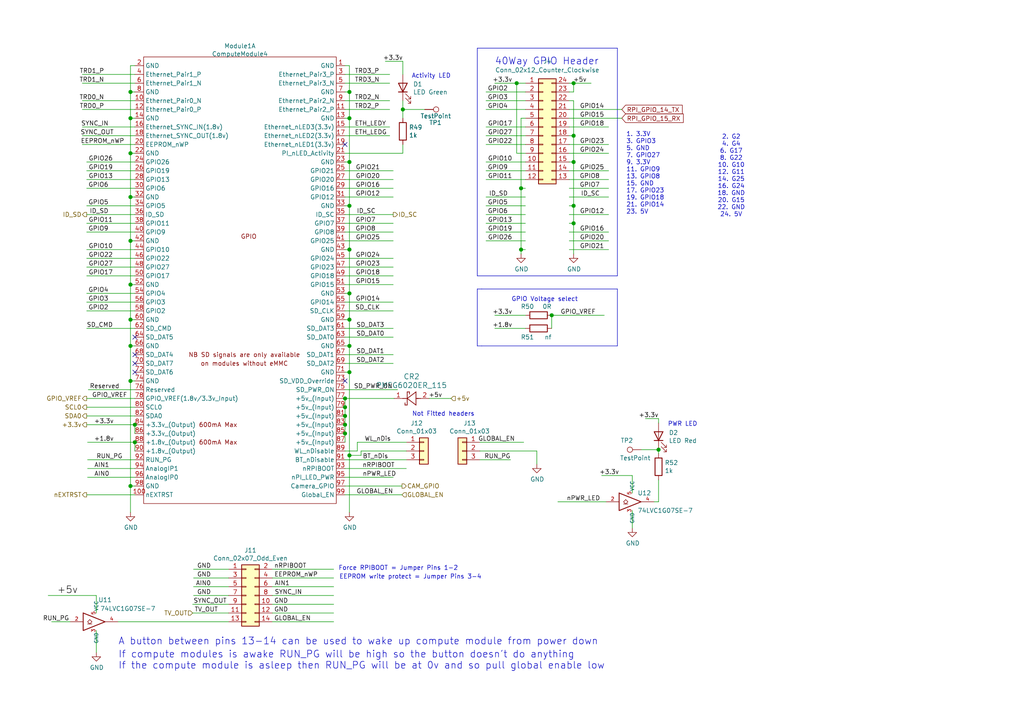
<source format=kicad_sch>
(kicad_sch (version 20231120) (generator "eeschema") (generator_version "8.0")
  (paper "A4")
  (title_block (title "Compute Module 4 IO Board - GPIO - Ethernet") (rev "1") (company "© 2020-2022 Raspberry Pi Ltd (formerly Raspberry Pi (Trading) Ltd.)") (comment 1 "www.raspberrypi.com"))
  (junction (at 37.846 92.71) (diameter 1.016))
  (junction (at 101.346 132.08) (diameter 1.016))
  (junction (at 166.37 39.37) (diameter 1.016))
  (junction (at 101.346 59.69) (diameter 1.016))
  (junction (at 151.13 54.61) (diameter 1.016))
  (junction (at 166.37 24.13) (diameter 1.016))
  (junction (at 101.346 46.99) (diameter 1.016))
  (junction (at 160.02 91.44) (diameter 1.016))
  (junction (at 101.346 72.39) (diameter 1.016))
  (junction (at 101.346 26.67) (diameter 1.016))
  (junction (at 151.13 72.39) (diameter 1.016))
  (junction (at 100.076 125.73) (diameter 1.016))
  (junction (at 101.346 85.09) (diameter 1.016))
  (junction (at 166.37 64.77) (diameter 1.016))
  (junction (at 37.846 69.85) (diameter 1.016))
  (junction (at 37.846 26.67) (diameter 1.016))
  (junction (at 100.076 120.65) (diameter 1.016))
  (junction (at 37.846 100.33) (diameter 1.016))
  (junction (at 37.846 44.45) (diameter 1.016))
  (junction (at 39.116 123.19) (diameter 1.016))
  (junction (at 116.84 31.75) (diameter 1.016))
  (junction (at 101.346 107.95) (diameter 1.016))
  (junction (at 101.346 34.29) (diameter 1.016))
  (junction (at 149.86 24.13) (diameter 1.016))
  (junction (at 166.37 46.99) (diameter 1.016))
  (junction (at 191.008 130.429) (diameter 1.016))
  (junction (at 101.346 92.71) (diameter 1.016))
  (junction (at 100.076 115.57) (diameter 1.016))
  (junction (at 100.076 123.19) (diameter 1.016))
  (junction (at 101.346 100.33) (diameter 1.016))
  (junction (at 37.846 82.55) (diameter 1.016))
  (junction (at 166.37 59.69) (diameter 1.016))
  (junction (at 39.116 128.27) (diameter 1.016))
  (junction (at 37.846 110.49) (diameter 1.016))
  (junction (at 37.846 34.29) (diameter 1.016))
  (junction (at 37.846 57.15) (diameter 1.016))
  (junction (at 37.846 140.97) (diameter 1.016))
  (junction (at 100.076 118.11) (diameter 1.016))
  (no_connect (at 100.076 110.49))
  (no_connect (at 39.116 97.79))
  (no_connect (at 100.076 41.91))
  (no_connect (at 39.116 107.95))
  (no_connect (at 39.116 105.41))
  (no_connect (at 39.116 102.87))
  (wire (pts (xy 25.146 118.11) (xy 39.116 118.11)))
  (wire (pts (xy 23.876 36.83) (xy 39.116 36.83)))
  (wire (pts (xy 37.846 57.15) (xy 39.116 57.15)))
  (wire (pts (xy 78.994 175.26) (xy 96.774 175.26)))
  (wire (pts (xy 166.37 64.77) (xy 166.37 73.66)))
  (wire (pts (xy 100.076 44.45) (xy 116.84 44.45)))
  (wire (pts (xy 140.97 39.37) (xy 152.4 39.37)))
  (wire (pts (xy 166.37 29.21) (xy 166.37 39.37)))
  (wire (pts (xy 78.994 170.18) (xy 96.774 170.18)))
  (wire (pts (xy 56.134 167.64) (xy 66.294 167.64)))
  (wire (pts (xy 101.346 132.08) (xy 101.346 148.59)))
  (wire (pts (xy 100.076 21.59) (xy 113.03 21.59)))
  (polyline (pts (xy 179.07 100.33) (xy 139.7 100.33)) (stroke (width 0) (type solid)))
  (wire (pts (xy 101.346 46.99) (xy 101.346 59.69)))
  (wire (pts (xy 37.846 44.45) (xy 37.846 57.15)))
  (wire (pts (xy 140.97 52.07) (xy 152.4 52.07)))
  (wire (pts (xy 100.076 85.09) (xy 101.346 85.09)))
  (wire (pts (xy 56.134 170.18) (xy 66.294 170.18)))
  (wire (pts (xy 143.51 95.25) (xy 152.4 95.25)))
  (wire (pts (xy 25.146 90.17) (xy 39.116 90.17)))
  (wire (pts (xy 140.97 64.77) (xy 152.4 64.77)))
  (polyline (pts (xy 139.7 83.82) (xy 138.43 83.82)) (stroke (width 0) (type solid)))
  (wire (pts (xy 183.388 137.922) (xy 174.498 137.922)))
  (wire (pts (xy 166.37 64.77) (xy 166.37 59.69)))
  (wire (pts (xy 27.94 172.72) (xy 27.94 177.8)))
  (wire (pts (xy 25.4 138.43) (xy 39.116 138.43)))
  (wire (pts (xy 100.076 80.01) (xy 114.046 80.01)))
  (wire (pts (xy 103.632 128.27) (xy 117.856 128.27)))
  (wire (pts (xy 100.076 34.29) (xy 101.346 34.29)))
  (wire (pts (xy 140.97 31.75) (xy 152.4 31.75)))
  (wire (pts (xy 139.192 133.35) (xy 148.082 133.35)))
  (wire (pts (xy 25.146 115.57) (xy 39.116 115.57)))
  (wire (pts (xy 100.076 52.07) (xy 114.046 52.07)))
  (wire (pts (xy 140.97 62.23) (xy 152.4 62.23)))
  (wire (pts (xy 101.346 85.09) (xy 101.346 92.71)))
  (wire (pts (xy 166.37 46.99) (xy 165.1 46.99)))
  (wire (pts (xy 37.846 19.05) (xy 37.846 26.67)))
  (wire (pts (xy 100.076 36.83) (xy 113.03 36.83)))
  (wire (pts (xy 25.146 59.69) (xy 39.116 59.69)))
  (wire (pts (xy 166.37 39.37) (xy 165.1 39.37)))
  (wire (pts (xy 100.076 87.63) (xy 114.046 87.63)))
  (wire (pts (xy 56.134 172.72) (xy 66.294 172.72)))
  (wire (pts (xy 100.076 133.35) (xy 117.856 133.35)))
  (wire (pts (xy 78.994 172.72) (xy 96.774 172.72)))
  (wire (pts (xy 37.846 69.85) (xy 39.116 69.85)))
  (wire (pts (xy 100.076 19.05) (xy 101.346 19.05)))
  (wire (pts (xy 140.97 29.21) (xy 152.4 29.21)))
  (wire (pts (xy 25.4 133.35) (xy 39.116 133.35)))
  (wire (pts (xy 100.076 67.31) (xy 114.046 67.31)))
  (wire (pts (xy 100.076 107.95) (xy 101.346 107.95)))
  (wire (pts (xy 23.876 39.37) (xy 39.116 39.37)))
  (wire (pts (xy 100.076 140.97) (xy 116.586 140.97)))
  (polyline (pts (xy 179.07 13.97) (xy 138.43 13.97)) (stroke (width 0) (type solid)))
  (wire (pts (xy 100.076 46.99) (xy 101.346 46.99)))
  (wire (pts (xy 100.076 138.43) (xy 114.046 138.43)))
  (wire (pts (xy 101.346 132.08) (xy 104.7242 132.08)))
  (wire (pts (xy 100.076 26.67) (xy 101.346 26.67)))
  (wire (pts (xy 143.51 24.13) (xy 149.86 24.13)))
  (wire (pts (xy 165.1 24.13) (xy 166.37 24.13)))
  (wire (pts (xy 100.076 24.13) (xy 113.03 24.13)))
  (wire (pts (xy 39.116 19.05) (xy 37.846 19.05)))
  (wire (pts (xy 191.008 121.412) (xy 187.198 121.412)))
  (wire (pts (xy 25.4 128.27) (xy 39.116 128.27)))
  (wire (pts (xy 100.076 120.65) (xy 100.076 123.19)))
  (wire (pts (xy 34.29 180.34) (xy 66.294 180.34)))
  (wire (pts (xy 100.076 82.55) (xy 114.046 82.55)))
  (wire (pts (xy 39.116 128.27) (xy 39.37 128.27)))
  (wire (pts (xy 39.116 140.97) (xy 37.846 140.97)))
  (wire (pts (xy 25.146 46.99) (xy 39.116 46.99)))
  (wire (pts (xy 25.146 120.65) (xy 39.116 120.65)))
  (wire (pts (xy 13.97 172.72) (xy 27.94 172.72)))
  (wire (pts (xy 130.81 115.57) (xy 124.46 115.57)))
  (wire (pts (xy 140.97 49.53) (xy 152.4 49.53)))
  (wire (pts (xy 165.1 36.83) (xy 176.53 36.83)))
  (wire (pts (xy 100.076 115.57) (xy 114.3 115.57)))
  (wire (pts (xy 78.994 180.34) (xy 96.774 180.34)))
  (wire (pts (xy 101.346 92.71) (xy 101.346 100.33)))
  (wire (pts (xy 37.846 82.55) (xy 39.116 82.55)))
  (wire (pts (xy 160.02 91.44) (xy 160.02 95.25)))
  (wire (pts (xy 165.1 29.21) (xy 166.37 29.21)))
  (wire (pts (xy 100.076 62.23) (xy 114.046 62.23)))
  (wire (pts (xy 101.346 72.39) (xy 101.346 85.09)))
  (wire (pts (xy 25.146 54.61) (xy 39.116 54.61)))
  (wire (pts (xy 100.076 69.85) (xy 114.046 69.85)))
  (wire (pts (xy 151.13 34.29) (xy 151.13 54.61)))
  (polyline (pts (xy 179.07 13.97) (xy 179.07 80.01)) (stroke (width 0) (type solid)))
  (wire (pts (xy 191.008 122.682) (xy 191.008 121.412)))
  (wire (pts (xy 37.846 92.71) (xy 39.116 92.71)))
  (wire (pts (xy 151.13 54.61) (xy 152.4 54.61)))
  (wire (pts (xy 56.134 165.1) (xy 66.294 165.1)))
  (wire (pts (xy 100.076 77.47) (xy 114.046 77.47)))
  (polyline (pts (xy 138.43 100.33) (xy 138.43 83.82)) (stroke (width 0) (type solid)))
  (wire (pts (xy 37.846 110.49) (xy 37.846 140.97)))
  (wire (pts (xy 149.86 24.13) (xy 149.86 44.45)))
  (polyline (pts (xy 179.07 83.82) (xy 179.07 100.33)) (stroke (width 0) (type solid)))
  (wire (pts (xy 165.1 31.75) (xy 180.34 31.75)))
  (wire (pts (xy 100.076 125.73) (xy 100.076 128.27)))
  (wire (pts (xy 140.97 67.31) (xy 152.4 67.31)))
  (wire (pts (xy 25.146 62.23) (xy 39.116 62.23)))
  (wire (pts (xy 165.1 67.31) (xy 176.53 67.31)))
  (wire (pts (xy 114.046 90.17) (xy 100.076 90.17)))
  (wire (pts (xy 165.1 69.85) (xy 176.53 69.85)))
  (wire (pts (xy 100.076 59.69) (xy 101.346 59.69)))
  (wire (pts (xy 25.146 52.07) (xy 39.116 52.07)))
  (wire (pts (xy 139.192 130.81) (xy 155.702 130.81)))
  (wire (pts (xy 100.076 118.11) (xy 100.076 120.65)))
  (wire (pts (xy 25.146 95.25) (xy 39.116 95.25)))
  (wire (pts (xy 165.1 54.61) (xy 176.53 54.61)))
  (wire (pts (xy 25.4 135.89) (xy 39.116 135.89)))
  (wire (pts (xy 183.388 148.082) (xy 183.388 153.162)))
  (wire (pts (xy 191.008 139.192) (xy 191.008 145.542)))
  (wire (pts (xy 160.02 91.44) (xy 175.26 91.44)))
  (wire (pts (xy 100.076 29.21) (xy 113.03 29.21)))
  (wire (pts (xy 100.076 123.19) (xy 100.076 125.73)))
  (wire (pts (xy 23.876 41.91) (xy 39.116 41.91)))
  (wire (pts (xy 23.876 21.59) (xy 39.116 21.59)))
  (wire (pts (xy 140.97 36.83) (xy 152.4 36.83)))
  (wire (pts (xy 165.1 49.53) (xy 176.53 49.53)))
  (wire (pts (xy 100.076 31.75) (xy 113.03 31.75)))
  (wire (pts (xy 191.008 130.302) (xy 191.008 130.429)))
  (wire (pts (xy 165.1 57.15) (xy 176.53 57.15)))
  (wire (pts (xy 151.13 54.61) (xy 151.13 72.39)))
  (wire (pts (xy 25.146 85.09) (xy 39.116 85.09)))
  (wire (pts (xy 25.146 49.53) (xy 39.116 49.53)))
  (wire (pts (xy 78.994 167.64) (xy 96.774 167.64)))
  (wire (pts (xy 100.076 39.37) (xy 113.03 39.37)))
  (wire (pts (xy 55.88 177.8) (xy 66.294 177.8)))
  (wire (pts (xy 37.846 100.33) (xy 39.116 100.33)))
  (wire (pts (xy 191.008 145.542) (xy 189.738 145.542)))
  (wire (pts (xy 166.37 39.37) (xy 166.37 46.99)))
  (wire (pts (xy 25.146 143.51) (xy 39.116 143.51)))
  (wire (pts (xy 165.1 34.29) (xy 180.34 34.29)))
  (wire (pts (xy 100.076 113.03) (xy 115.316 113.03)))
  (wire (pts (xy 140.97 69.85) (xy 152.4 69.85)))
  (wire (pts (xy 78.994 165.1) (xy 96.774 165.1)))
  (wire (pts (xy 165.1 52.07) (xy 176.53 52.07)))
  (wire (pts (xy 100.076 64.77) (xy 114.046 64.77)))
  (wire (pts (xy 100.076 49.53) (xy 114.046 49.53)))
  (wire (pts (xy 140.97 26.67) (xy 152.4 26.67)))
  (wire (pts (xy 140.97 57.15) (xy 152.4 57.15)))
  (wire (pts (xy 101.346 26.67) (xy 101.346 34.29)))
  (wire (pts (xy 139.192 128.27) (xy 151.892 128.27)))
  (wire (pts (xy 25.146 67.31) (xy 39.116 67.31)))
  (wire (pts (xy 39.116 125.73) (xy 39.116 123.19)))
  (wire (pts (xy 78.994 177.8) (xy 96.774 177.8)))
  (wire (pts (xy 183.388 143.002) (xy 183.388 137.922)))
  (polyline (pts (xy 139.7 83.82) (xy 179.07 83.82)) (stroke (width 0) (type solid)))
  (wire (pts (xy 116.84 31.75) (xy 116.84 29.21)))
  (wire (pts (xy 25.146 64.77) (xy 39.116 64.77)))
  (wire (pts (xy 25.146 80.01) (xy 39.116 80.01)))
  (wire (pts (xy 186.0042 130.429) (xy 191.008 130.429)))
  (wire (pts (xy 100.076 74.93) (xy 114.046 74.93)))
  (wire (pts (xy 39.116 130.81) (xy 39.116 128.27)))
  (wire (pts (xy 101.346 59.69) (xy 101.346 72.39)))
  (wire (pts (xy 166.37 59.69) (xy 166.37 46.99)))
  (wire (pts (xy 191.008 130.429) (xy 191.008 131.572)))
  (wire (pts (xy 116.84 21.59) (xy 116.84 17.78)))
  (wire (pts (xy 100.076 100.33) (xy 101.346 100.33)))
  (wire (pts (xy 100.076 143.51) (xy 116.586 143.51)))
  (wire (pts (xy 37.846 110.49) (xy 39.116 110.49)))
  (wire (pts (xy 166.37 24.13) (xy 171.45 24.13)))
  (wire (pts (xy 151.13 72.39) (xy 152.4 72.39)))
  (wire (pts (xy 37.846 44.45) (xy 39.116 44.45)))
  (wire (pts (xy 100.076 115.57) (xy 100.076 118.11)))
  (wire (pts (xy 166.37 26.67) (xy 166.37 24.13)))
  (wire (pts (xy 104.7242 132.08) (xy 104.7242 130.81)))
  (wire (pts (xy 39.116 34.29) (xy 37.846 34.29)))
  (wire (pts (xy 101.346 34.29) (xy 101.346 46.99)))
  (wire (pts (xy 149.86 44.45) (xy 152.4 44.45)))
  (wire (pts (xy 55.88 175.26) (xy 66.294 175.26)))
  (wire (pts (xy 23.876 29.21) (xy 39.116 29.21)))
  (wire (pts (xy 140.97 59.69) (xy 152.4 59.69)))
  (wire (pts (xy 100.076 130.81) (xy 103.632 130.81)))
  (wire (pts (xy 37.846 34.29) (xy 37.846 44.45)))
  (polyline (pts (xy 138.43 100.33) (xy 139.7 100.33)) (stroke (width 0) (type solid)))
  (wire (pts (xy 25.146 74.93) (xy 39.116 74.93)))
  (wire (pts (xy 114.046 102.87) (xy 100.076 102.87)))
  (wire (pts (xy 152.4 34.29) (xy 151.13 34.29)))
  (wire (pts (xy 25.146 77.47) (xy 39.116 77.47)))
  (wire (pts (xy 100.076 57.15) (xy 114.046 57.15)))
  (wire (pts (xy 100.076 92.71) (xy 101.346 92.71)))
  (wire (pts (xy 39.116 26.67) (xy 37.846 26.67)))
  (wire (pts (xy 27.94 182.88) (xy 27.94 189.23)))
  (wire (pts (xy 37.846 82.55) (xy 37.846 92.71)))
  (wire (pts (xy 25.6032 113.03) (xy 39.116 113.03)))
  (wire (pts (xy 165.1 64.77) (xy 166.37 64.77)))
  (wire (pts (xy 111.76 17.78) (xy 116.84 17.78)))
  (wire (pts (xy 37.846 92.71) (xy 37.846 100.33)))
  (polyline (pts (xy 138.43 80.01) (xy 179.07 80.01)) (stroke (width 0) (type solid)))
  (wire (pts (xy 37.846 100.33) (xy 37.846 110.49)))
  (wire (pts (xy 101.346 19.05) (xy 101.346 26.67)))
  (wire (pts (xy 37.846 140.97) (xy 37.846 148.59)))
  (wire (pts (xy 25.146 123.19) (xy 39.116 123.19)))
  (wire (pts (xy 140.97 46.99) (xy 152.4 46.99)))
  (wire (pts (xy 161.798 145.542) (xy 175.768 145.542)))
  (wire (pts (xy 103.632 130.81) (xy 103.632 128.27)))
  (wire (pts (xy 165.1 62.23) (xy 176.53 62.23)))
  (wire (pts (xy 37.846 57.15) (xy 37.846 69.85)))
  (wire (pts (xy 140.97 41.91) (xy 152.4 41.91)))
  (wire (pts (xy 165.1 59.69) (xy 166.37 59.69)))
  (wire (pts (xy 100.076 97.79) (xy 114.046 97.79)))
  (wire (pts (xy 101.346 100.33) (xy 101.346 107.95)))
  (wire (pts (xy 155.702 130.81) (xy 155.702 134.62)))
  (wire (pts (xy 100.076 105.41) (xy 114.046 105.41)))
  (wire (pts (xy 165.1 41.91) (xy 176.53 41.91)))
  (wire (pts (xy 23.876 24.13) (xy 39.116 24.13)))
  (wire (pts (xy 25.146 87.63) (xy 39.116 87.63)))
  (wire (pts (xy 114.046 95.25) (xy 100.076 95.25)))
  (wire (pts (xy 165.1 26.67) (xy 166.37 26.67)))
  (wire (pts (xy 143.51 91.44) (xy 152.4 91.44)))
  (wire (pts (xy 14.986 180.34) (xy 20.32 180.34)))
  (wire (pts (xy 100.076 135.89) (xy 117.856 135.89)))
  (wire (pts (xy 123.19 31.75) (xy 116.84 31.75)))
  (wire (pts (xy 116.84 34.29) (xy 116.84 31.75)))
  (wire (pts (xy 151.13 72.39) (xy 151.13 73.66)))
  (wire (pts (xy 100.076 54.61) (xy 114.046 54.61)))
  (wire (pts (xy 25.146 72.39) (xy 39.116 72.39)))
  (wire (pts (xy 116.84 44.45) (xy 116.84 41.91)))
  (wire (pts (xy 165.1 44.45) (xy 176.53 44.45)))
  (polyline (pts (xy 138.43 13.97) (xy 138.43 80.01)) (stroke (width 0) (type solid)))
  (wire (pts (xy 101.346 107.95) (xy 101.346 132.08)))
  (wire (pts (xy 104.7242 130.81) (xy 117.856 130.81)))
  (wire (pts (xy 23.876 31.75) (xy 39.116 31.75)))
  (wire (pts (xy 152.4 24.13) (xy 149.86 24.13)))
  (wire (pts (xy 37.846 69.85) (xy 37.846 82.55)))
  (wire (pts (xy 100.076 72.39) (xy 101.346 72.39)))
  (wire (pts (xy 165.1 72.39) (xy 176.53 72.39)))
  (wire (pts (xy 37.846 26.67) (xy 37.846 34.29)))
  (text "PWR LED" (at 193.675 123.825 0) (effects (font (size 1.27 1.27)) (justify left bottom)))
  (text "40Way GPIO Header" (at 143.51 19.05 0) (effects (font (size 2.007 2.007)) (justify left bottom)))
  (text "GPIO Voltage select\n" (at 167.64 87.63 0) (effects (font (size 1.27 1.27)) (justify right bottom)))
  (text "1. 3.3V\n3. GPIO3\n5. GND\n7. GPIO27\n9. 3.3V\n11. GPIO9\n13. GPIO8\n15. GND\n17. GPIO23\n19. GPIO18\n21. GPIO14\n23. 5V" (at 181.61 50.292 0) (effects (font (size 1.27 1.27)) (justify left)))
  (text "Activity LED" (at 119.38 22.86 0) (effects (font (size 1.27 1.27)) (justify left bottom)))
  (text "EEPROM write protect = Jumper Pins 3-4\n\n" (at 139.7 170.18 0) (effects (font (size 1.27 1.27)) (justify right bottom)))
  (text "Not Fitted headers" (at 137.668 120.904 0) (effects (font (size 1.27 1.27)) (justify right bottom)))
  (text "2. G2\n4. G4\n6. G17\n8. G22\n10. G10\n12. G11\n14. G25\n16. G24\n18. GND\n20. G15\n22. GND\n24. 5V" (at 212.09 51.054 0) (effects (font (size 1.27 1.27))))
  (text "A button between pins 13-14 can be used to wake up compute module from power down\n\n" (at 34.29 190.5 0) (effects (font (size 2.007 2.007)) (justify left bottom)))
  (text "If compute modules is awake RUN_PG will be high so the button doesn't do anything\nIf the compute module is asleep then RUN_PG will be at 0v and so pull global enable low" (at 34.29 194.31 0) (effects (font (size 2.007 2.007)) (justify left bottom)))
  (text "Force RPIBOOT = Jumper Pins 1-2 \n" (at 133.858 165.608 0) (effects (font (size 1.27 1.27)) (justify right bottom)))
  (label "GPIO12" (at 110.236 57.15 180))
  (label "GPIO15" (at 175.26 34.29 180))
  (label "ID_SD" (at 147.32 57.15 180))
  (label "GPIO23" (at 110.236 77.47 180))
  (label "SD_PWR_ON" (at 102.616 113.03 0))
  (label "ID_SC" (at 108.966 62.23 180))
  (label "GPIO14" (at 110.236 87.63 180))
  (label "TRD1_P" (at 30.226 21.59 180))
  (label "Reserved" (at 34.671 113.03 180))
  (label "SD_DAT3" (at 111.506 95.25 180))
  (label "+3.3v" (at 148.59 91.44 180))
  (label "GPIO12" (at 175.26 62.23 180))
  (label "GPIO11" (at 148.59 52.07 180))
  (label "GPIO18" (at 175.26 36.83 180))
  (label "nPWR_LED" (at 105.156 138.43 0))
  (label "GND" (at 83.566 175.26 180))
  (label "GPIO3" (at 147.32 29.21 180))
  (label "+5v" (at 16.51 172.72 0) (effects (font (size 2.0066 2.0066))))
  (label "SD_DAT0" (at 111.506 97.79 180))
  (label "GPIO14" (at 175.26 31.75 180))
  (label "GPIO7" (at 173.99 54.61 180))
  (label "GPIO20" (at 110.236 52.07 180))
  (label "GPIO26" (at 148.59 69.85 180))
  (label "BT_nDis" (at 112.6236 133.35 180))
  (label "SD_DAT2" (at 111.506 105.41 180))
  (label "EEPROM_nWP" (at 36.068 41.91 180))
  (label "GPIO8" (at 108.966 67.31 180))
  (label "AIN0" (at 61.214 170.18 180))
  (label "GPIO26" (at 32.766 46.99 180))
  (label "GPIO5" (at 147.32 59.69 180))
  (label "SYNC_IN" (at 31.496 36.83 180))
  (label "GPIO2" (at 147.32 26.67 180))
  (label "GPIO18" (at 110.236 80.01 180))
  (label "GPIO15" (at 110.236 82.55 180))
  (label "TRD2_P" (at 102.87 31.75 0))
  (label "GPIO25" (at 110.236 69.85 180))
  (label "nRPIBOOT" (at 114.5032 135.89 180))
  (label "GPIO_VREF" (at 26.67 115.57 0))
  (label "GPIO6" (at 147.32 62.23 180))
  (label "GPIO13" (at 148.59 64.77 180))
  (label "GPIO6" (at 31.496 54.61 180))
  (label "TRD3_N" (at 102.87 24.13 0))
  (label "GPIO17" (at 148.59 36.83 180))
  (label "GPIO9" (at 147.32 49.53 180))
  (label "GPIO25" (at 175.26 49.53 180))
  (label "GPIO21" (at 175.26 72.39 180))
  (label "AIN1" (at 84.074 170.18 180))
  (label "GPIO13" (at 32.766 52.07 180))
  (label "GPIO_VREF" (at 162.56 91.44 0))
  (label "GPIO19" (at 148.59 67.31 180))
  (label "+3.3v" (at 191.008 121.412 180))
  (label "GPIO16" (at 110.236 54.61 180))
  (label "AIN1" (at 31.75 135.89 180))
  (label "+5v" (at 128.27 115.57 180))
  (label "SYNC_IN" (at 87.63 172.72 180))
  (label "TRD0_N" (at 30.226 29.21 180))
  (label "SD_CMD" (at 32.766 95.25 180))
  (label "GND" (at 61.214 165.1 180))
  (label "+5v" (at 170.18 24.13 180))
  (label "RUN_PG" (at 148.082 133.35 180))
  (label "GPIO22" (at 32.766 74.93 180))
  (label "GPIO19" (at 32.766 49.53 180))
  (label "+3.3v" (at 148.59 24.13 180))
  (label "GPIO4" (at 31.496 85.09 180))
  (label "nPWR_LED" (at 164.338 145.542 0))
  (label "GPIO5" (at 31.496 59.69 180))
  (label "+3.3v" (at 33.02 123.19 180))
  (label "GPIO10" (at 148.59 46.99 180))
  (label "SYNC_OUT" (at 33.02 39.37 180))
  (label "GND" (at 61.214 167.64 180))
  (label "EEPROM_nWP" (at 92.202 167.64 180))
  (label "SYNC_OUT" (at 65.786 175.26 180))
  (label "GLOBAL_EN" (at 114.046 143.51 180))
  (label "GPIO27" (at 32.766 77.47 180))
  (label "GLOBAL_EN" (at 90.17 180.34 180))
  (label "GLOBAL_EN" (at 149.352 128.27 180))
  (label "GPIO27" (at 148.59 39.37 180))
  (label "GPIO11" (at 32.766 64.77 180))
  (label "+1.8v" (at 33.02 128.27 180))
  (label "GND" (at 61.214 172.72 180))
  (label "TV_OUT" (at 63.246 177.8 180))
  (label "RUN_PG" (at 35.56 133.35 180))
  (label "TRD3_P" (at 102.87 21.59 0))
  (label "GPIO20" (at 175.26 69.85 180))
  (label "GPIO7" (at 108.966 64.77 180))
  (label "SD_DAT1" (at 111.506 102.87 180))
  (label "ID_SC" (at 173.99 57.15 180))
  (label "TRD1_N" (at 30.226 24.13 180))
  (label "GPIO22" (at 148.59 41.91 180))
  (label "ETH_LEDG" (at 102.87 39.37 0))
  (label "+3.3v" (at 116.84 17.78 180))
  (label "GPIO8" (at 173.99 52.07 180))
  (label "ETH_LEDY" (at 102.87 36.83 0))
  (label "GND" (at 83.566 177.8 180))
  (label "GPIO3" (at 31.496 87.63 180))
  (label "GPIO17" (at 32.766 80.01 180))
  (label "GPIO2" (at 31.496 90.17 180))
  (label "WL_nDis" (at 113.411 128.27 180))
  (label "ID_SD" (at 31.496 62.23 180))
  (label "TRD2_N" (at 102.87 29.21 0))
  (label "GPIO9" (at 31.496 67.31 180))
  (label "nRPIBOOT" (at 88.9 165.1 180))
  (label "+3.3v" (at 179.578 137.922 180))
  (label "GPIO23" (at 175.26 41.91 180))
  (label "SD_CLK" (at 110.236 90.17 180))
  (label "GPIO24" (at 110.236 74.93 180))
  (label "+1.8v" (at 148.59 95.25 180))
  (label "GPIO4" (at 147.32 31.75 180))
  (label "RUN_PG" (at 20.066 180.34 180))
  (label "GPIO16" (at 175.26 67.31 180))
  (label "GPIO10" (at 32.766 72.39 180))
  (label "GPIO21" (at 110.236 49.53 180))
  (label "TRD0_P" (at 30.226 31.75 180))
  (label "GPIO24" (at 175.26 44.45 180))
  (label "AIN0" (at 31.75 138.43 180))
  (global_label "RPI_GPIO_15_RX" (shape input) (at 180.34 34.29 0) (property "Intersheetrefs" "${INTERSHEET_REFS}" (effects (hide yes))))
  (global_label "RPI_GPIO_14_TX" (shape input) (at 180.34 31.75 0) (property "Intersheetrefs" "${INTERSHEET_REFS}" (effects (hide yes))))
  (hierarchical_label "GLOBAL_EN" (shape input) (at 116.586 143.51 0))
  (hierarchical_label "ID_SC" (shape output) (at 114.046 62.23 0))
  (hierarchical_label "TV_OUT" (shape input) (at 55.88 177.8 180))
  (hierarchical_label "+5v" (shape input) (at 130.81 115.57 0))
  (hierarchical_label "SCL0" (shape output) (at 25.146 118.11 180))
  (hierarchical_label "ID_SD" (shape output) (at 25.146 62.23 180))
  (hierarchical_label "GPIO_VREF" (shape output) (at 25.146 115.57 180))
  (hierarchical_label "SDA0" (shape output) (at 25.146 120.65 180))
  (hierarchical_label "CAM_GPIO" (shape output) (at 116.586 140.97 0))
  (hierarchical_label "nEXTRST" (shape output) (at 25.146 143.51 180))
  (hierarchical_label "+3.3v" (shape output) (at 25.146 123.19 180))
  (symbol (lib_id "CM4IO:74LVC1G07_copy") (at 183.388 145.542 0) (unit 1)
    (property "Reference" "U12" (at 184.912 143.002 0) (effects (justify left)))
    (property "Value" "74LVC1G07SE-7" (at 184.912 148.082 0) (effects (justify left)))
    (property "Footprint" "Package_TO_SOT_SMD:SOT-353_SC-70-5" (effects (hide yes)))
    (property "Datasheet" "https://www.diodes.com/assets/Datasheets/74LVC1G07.pdf" (effects (hide yes)))
    (property "Field4" "Farnell" (effects (hide yes)))
    (property "Field5" "2425492" (effects (hide yes)))
    (property "Field6" "74LVC1G07SE-7" (effects (hide yes)))
    (property "Field7" "Diodes" (effects (hide yes)))
    (property "Part Description" "Buffer, Non-Inverting 1 Element 1 Bit per Element Open Drain Output SOT-353" (effects (hide yes)))
    (instances (project "GR-LRR-CONTROL-PCB" (path "" (reference "U12") (unit 1))) (project "GR-LRR-CONTROL" (path "" (reference "U8") (unit 1))))
  )
  (symbol (lib_id "CM4IO:74LVC1G07_copy") (at 27.94 180.34 0) (unit 1)
    (property "Reference" "U11" (at 30.48 173.99 0))
    (property "Value" "74LVC1G07SE-7" (at 37.084 176.53 0))
    (property "Footprint" "Package_TO_SOT_SMD:SOT-353_SC-70-5" (effects (hide yes)))
    (property "Datasheet" "https://www.diodes.com/assets/Datasheets/74LVC1G07.pdf" (effects (hide yes)))
    (property "Field4" "Farnell" (effects (hide yes)))
    (property "Field5" "2425492" (effects (hide yes)))
    (property "Field6" "74LVC1G07SE-7" (effects (hide yes)))
    (property "Field7" "Diodes" (effects (hide yes)))
    (property "Part Description" "Buffer, Non-Inverting 1 Element 1 Bit per Element Open Drain Output SOT-353" (effects (hide yes)))
    (instances (project "GR-LRR-CONTROL-PCB" (path "" (reference "U11") (unit 1))) (project "GR-LRR-CONTROL" (path "" (reference "U7") (unit 1))))
  )
  (symbol (lib_id "power:GND") (at 27.94 189.23 0) (unit 1)
    (property "Reference" "#PWR033" (effects (hide yes)))
    (property "Value" "GND" (at 28.067 193.6242 0))
    (instances (project "GR-LRR-CONTROL-PCB" (path "" (reference "#PWR033") (unit 1))) (project "GR-LRR-CONTROL" (path "" (reference "#PWR06") (unit 1))))
  )
  (symbol (lib_id "CM4IO:ComputeModule4-CM4") (at 72.136 74.93 0) (unit 1)
    (property "Reference" "Module1" (at 69.596 13.335 0))
    (property "Value" "ComputeModule4" (at 69.596 15.6464 0))
    (property "Footprint" "avid_footprints:Raspberry-Pi-4-Compute-Module" (effects (hide yes)))
    (property "Field4" "Hirose" (effects (hide yes)))
    (property "Field5" "2off DF40C-100DS-0.4V" (effects (hide yes)))
    (property "Field6" "2off DF40C-100DS-0.4V" (effects (hide yes)))
    (property "Field7" "Hirose" (effects (hide yes)))
    (property "Part Description" "	100 Position Connector Receptacle, Center Strip Contacts Surface Mount Gold" (effects (hide yes)))
  )
  (symbol (lib_id "power:GND") (at 166.37 73.66 0) (unit 1)
    (property "Reference" "#PWR038" (effects (hide yes)))
    (property "Value" "GND" (at 166.497 78.0542 0))
    (instances (project "GR-LRR-CONTROL-PCB" (path "" (reference "#PWR038") (unit 1))) (project "GR-LRR-CONTROL" (path "" (reference "#PWR011") (unit 1))))
  )
  (symbol (lib_id "power:GND") (at 151.13 73.66 0) (unit 1)
    (property "Reference" "#PWR036" (effects (hide yes)))
    (property "Value" "GND" (at 151.257 78.0542 0))
    (instances (project "GR-LRR-CONTROL-PCB" (path "" (reference "#PWR036") (unit 1))) (project "GR-LRR-CONTROL" (path "" (reference "#PWR09") (unit 1))))
  )
  (symbol (lib_id "power:GND") (at 37.846 148.59 0) (unit 1)
    (property "Reference" "#PWR034" (effects (hide yes)))
    (property "Value" "GND" (at 37.973 152.9842 0))
    (instances (project "GR-LRR-CONTROL-PCB" (path "" (reference "#PWR034") (unit 1))) (project "GR-LRR-CONTROL" (path "" (reference "#PWR07") (unit 1))))
  )
  (symbol (lib_id "power:GND") (at 101.346 148.59 0) (unit 1)
    (property "Reference" "#PWR035" (effects (hide yes)))
    (property "Value" "GND" (at 101.473 152.9842 0))
    (instances (project "GR-LRR-CONTROL-PCB" (path "" (reference "#PWR035") (unit 1))) (project "GR-LRR-CONTROL" (path "" (reference "#PWR08") (unit 1))))
  )
  (symbol (lib_id "Device:LED") (at 116.84 25.4 90) (unit 1)
    (property "Reference" "D1" (at 119.8118 24.4094 90) (effects (justify right)))
    (property "Value" "LED Green" (at 119.8118 26.7208 90) (effects (justify right)))
    (property "Footprint" "LED_SMD:LED_0603_1608Metric" (effects (hide yes)))
    (property "Datasheet" "http://optoelectronics.liteon.com/upload/download/DS22-2000-226/LTST-S270KGKT.pdf" (effects (hide yes)))
    (property "Field4" "Digikey " (effects (hide yes)))
    (property "Field5" "LTST-S270KGKT" (effects (hide yes)))
    (property "Field6" "SML-A12M8TT86N" (effects (hide yes)))
    (property "Field7" "Rohm" (effects (hide yes)))
    (property "Field8" "650263301" (effects (hide yes)))
    (property "Part Description" "	Green 572nm LED Indication - Discrete 2.2V 2-SMD, No Lead" (effects (hide yes)))
  )
  (symbol (lib_id "Device:R") (at 116.84 38.1 0) (unit 1)
    (property "Reference" "R49" (at 118.618 36.9316 0) (effects (justify left)))
    (property "Value" "1k" (at 118.618 39.243 0) (effects (justify left)))
    (property "Footprint" "Resistor_SMD:R_0402_1005Metric" (effects (hide yes)))
    (property "Datasheet" "https://fscdn.rohm.com/en/products/databook/datasheet/passive/resistor/chip_resistor/mcr-e.pdf" (effects (hide yes)))
    (property "Field4" "Farnell" (effects (hide yes)))
    (property "Field5" "9239235" (effects (hide yes)))
    (property "Field7" "KOA EUROPE GMBH" (effects (hide yes)))
    (property "Field6" "RK73H1ETTP1001F" (effects (hide yes)))
    (property "Part Description" "Resistor 1K M1005 1% 63mW" (effects (hide yes)))
    (property "Field8" "125049511" (effects (hide yes)))
    (instances (project "GR-LRR-CONTROL-PCB" (path "" (reference "R49") (unit 1))) (project "GR-LRR-CONTROL" (path "" (reference "R19") (unit 1))))
  )
  (symbol (lib_id "power:GND") (at 183.388 153.162 0) (unit 1)
    (property "Reference" "#PWR039" (effects (hide yes)))
    (property "Value" "GND" (at 183.515 157.5562 0))
    (instances (project "GR-LRR-CONTROL-PCB" (path "" (reference "#PWR039") (unit 1))) (project "GR-LRR-CONTROL" (path "" (reference "#PWR012") (unit 1))))
  )
  (symbol (lib_id "Device:LED") (at 191.008 126.492 90) (unit 1)
    (property "Reference" "D2" (at 193.9798 125.5014 90) (effects (justify right)))
    (property "Value" "LED Red" (at 193.9798 127.8128 90) (effects (justify right)))
    (property "Footprint" "LED_SMD:LED_0603_1608Metric" (effects (hide yes)))
    (property "Datasheet" "http://optoelectronics.liteon.com/upload/download/DS22-2000-210/LTST-S270KRKT.pdf" (effects (hide yes)))
    (property "Field4" "Digikey " (effects (hide yes)))
    (property "Field5" "	LTST-S270KRKT" (effects (hide yes)))
    (property "Field6" "SML-A12U8TT86Q" (effects (hide yes)))
    (property "Field7" "Rohm" (effects (hide yes)))
    (property "Field8" "650295101" (effects (hide yes)))
    (property "Part Description" "	Red 620nm LED Indication - Discrete 2.2V 2-SMD, No Lead" (effects (hide yes)))
  )
  (symbol (lib_id "Device:R") (at 191.008 135.382 0) (unit 1)
    (property "Reference" "R52" (at 192.786 134.2136 0) (effects (justify left)))
    (property "Value" "1k" (at 192.786 136.525 0) (effects (justify left)))
    (property "Footprint" "Resistor_SMD:R_0402_1005Metric" (effects (hide yes)))
    (property "Datasheet" "https://fscdn.rohm.com/en/products/databook/datasheet/passive/resistor/chip_resistor/mcr-e.pdf" (effects (hide yes)))
    (property "Field4" "Farnell" (effects (hide yes)))
    (property "Field5" "9239235" (effects (hide yes)))
    (property "Field7" "KOA EUROPE GMBH" (effects (hide yes)))
    (property "Field6" "RK73H1ETTP1001F" (effects (hide yes)))
    (property "Part Description" "Resistor 1K M1005 1% 63mW" (effects (hide yes)))
    (property "Field8" "125049511" (effects (hide yes)))
    (instances (project "GR-LRR-CONTROL-PCB" (path "" (reference "R52") (unit 1))) (project "GR-LRR-CONTROL" (path "" (reference "R22") (unit 1))))
  )
  (symbol (lib_id "Connector_Generic:Conn_01x03") (at 134.112 130.81 0) (mirror y) (unit 1)
    (property "Reference" "J13" (at 136.1948 122.7582 0))
    (property "Value" "Conn_01x03" (at 136.1948 125.0696 0))
    (property "Footprint" "Connector_PinHeader_2.54mm:PinHeader_1x03_P2.54mm_Vertical" (effects (hide yes)))
    (property "Field4" "nf" (effects (hide yes)))
    (property "Field5" "nf" (effects (hide yes)))
    (property "Field6" "nf" (effects (hide yes)))
    (property "Field7" "nf" (effects (hide yes)))
    (property "Part Description" "3pin 0.1\" connector" (effects (hide yes)))
    (instances (project "GR-LRR-CONTROL-PCB" (path "" (reference "J13") (unit 1))) (project "GR-LRR-CONTROL" (path "" (reference "J34") (unit 1))))
  )
  (symbol (lib_id "power:GND") (at 155.702 134.62 0) (unit 1)
    (property "Reference" "#PWR037" (effects (hide yes)))
    (property "Value" "GND" (at 155.829 139.0142 0))
    (instances (project "GR-LRR-CONTROL-PCB" (path "" (reference "#PWR037") (unit 1))) (project "GR-LRR-CONTROL" (path "" (reference "#PWR010") (unit 1))))
  )
  (symbol (lib_id "Connector:TestPoint") (at 186.0042 130.429 90) (unit 1)
    (property "Reference" "TP2" (at 183.642 127.762 90) (effects (justify left)))
    (property "Value" "TestPoint" (at 188.722 132.842 90) (effects (justify left)))
    (property "Footprint" "TestPoint:TestPoint_Pad_2.0x2.0mm" (effects (hide yes)))
    (property "Field4" "nf" (effects (hide yes)))
    (property "Field5" "nf" (effects (hide yes)))
    (property "Field6" "nf" (effects (hide yes)))
    (property "Field7" "nf" (effects (hide yes)))
  )
  (symbol (lib_id "Device:R") (at 156.21 91.44 90) (unit 1)
    (property "Reference" "R50" (at 154.94 88.9 90) (effects (justify left)))
    (property "Value" "0R" (at 160.02 88.9 90) (effects (justify left)))
    (property "Footprint" "Resistor_SMD:R_0805_2012Metric_Pad1.20x1.40mm_HandSolder" (effects (hide yes)))
    (property "Datasheet" "https://fscdn.rohm.com/en/products/databook/datasheet/passive/resistor/chip_resistor/mcr-e.pdf" (effects (hide yes)))
    (property "Field4" "Farnell" (effects (hide yes)))
    (property "Field5" "9233750" (effects (hide yes)))
    (property "Field7" "Rohm" (effects (hide yes)))
    (property "Field6" "MCR10EZPJ000" (effects (hide yes)))
    (property "Part Description" "Resistor 0R M2012 5% " (effects (hide yes)))
    (property "Field8" "121629591" (effects (hide yes)))
    (instances (project "GR-LRR-CONTROL-PCB" (path "" (reference "R50") (unit 1))) (project "GR-LRR-CONTROL" (path "" (reference "R20") (unit 1))))
  )
  (symbol (lib_id "Device:R") (at 156.21 95.25 90) (unit 1)
    (property "Reference" "R51" (at 154.94 97.79 90) (effects (justify left)))
    (property "Value" "nf" (at 160.02 97.79 90) (effects (justify left)))
    (property "Footprint" "Resistor_SMD:R_0805_2012Metric_Pad1.20x1.40mm_HandSolder" (effects (hide yes)))
    (property "Datasheet" "https://fscdn.rohm.com/en/products/databook/datasheet/passive/resistor/chip_resistor/mcr-e.pdf" (effects (hide yes)))
    (property "Field4" "nf" (effects (hide yes)))
    (property "Field5" "nf" (effects (hide yes)))
    (property "Field6" "nf" (effects (hide yes)))
    (instances (project "GR-LRR-CONTROL-PCB" (path "" (reference "R51") (unit 1))) (project "GR-LRR-CONTROL" (path "" (reference "R21") (unit 1))))
  )
  (symbol (lib_id "Connector_Generic:Conn_02x07_Odd_Even") (at 71.374 172.72 0) (unit 1)
    (property "Reference" "J11" (at 72.644 159.6136 0))
    (property "Value" "Conn_02x07_Odd_Even" (at 72.644 161.925 0))
    (property "Footprint" "Connector_PinHeader_2.54mm:PinHeader_2x07_P2.54mm_Vertical" (effects (hide yes)))
    (property "Datasheet" "https://www.toby.co.uk/uploads/publications/1673.pdf" (effects (hide yes)))
    (property "Field4" "Toby" (effects (hide yes)))
    (property "Field5" "THD-07-R" (effects (hide yes)))
    (property "Field6" "THD-07-R" (effects (hide yes)))
    (property "Field7" "Toby" (effects (hide yes)))
    (property "Part Description" "PinHeader_2x07_P2.54mm_Vertical" (effects (hide yes)))
    (instances (project "GR-LRR-CONTROL-PCB" (path "" (reference "J11") (unit 1))) (project "GR-LRR-CONTROL" (path "" (reference "J32") (unit 1))))
  )
  (symbol (lib_id "Connector_Generic:Conn_01x03") (at 122.936 130.81 0) (unit 1)
    (property "Reference" "J12" (at 120.8532 122.7582 0))
    (property "Value" "Conn_01x03" (at 120.8532 125.0696 0))
    (property "Footprint" "Connector_PinHeader_2.54mm:PinHeader_1x03_P2.54mm_Vertical" (effects (hide yes)))
    (property "Field4" "nf" (effects (hide yes)))
    (property "Field5" "nf" (effects (hide yes)))
    (property "Field6" "nf" (effects (hide yes)))
    (property "Field7" "nf" (effects (hide yes)))
    (property "Part Description" "3pin 0.1\" connector" (effects (hide yes)))
    (instances (project "GR-LRR-CONTROL-PCB" (path "" (reference "J12") (unit 1))) (project "GR-LRR-CONTROL" (path "" (reference "J33") (unit 1))))
  )
  (symbol (lib_id "Connector_Generic:Conn_02x12_Counter_Clockwise") (at 157.48 36.83 0) (unit 1)
    (property "Reference" "J4" (at 158.75 17.78 0))
    (property "Value" "Conn_02x12_Counter_Clockwise" (at 158.75 20.32 0))
    (property "Footprint" "Connector_PinHeader_2.54mm:PinHeader_2x12_P2.54mm_Vertical" (effects (hide yes)))
    (property "Description" "Generic connector, double row, 02x12, counter clockwise pin numbering scheme (similar to DIP package numbering), script generated (kicad-library-utils/schlib/autogen/connector/)" (effects (hide yes)))
  )
  (symbol (lib_id "avid_symbols:PMEG6020ER_115") (at 124.46 115.57 180) (unit 1)
    (property "Reference" "CR2" (at 119.38 109.22 0) (effects (font (size 1.524 1.524))))
    (property "Value" "PMEG6020ER_115" (at 119.38 111.76 0) (effects (font (size 1.524 1.524))))
    (property "Footprint" "avid_footprints:CFP3_SOD123W_NEX" (effects (hide yes)))
    (property "Datasheet" "PMEG6020ER_115" (effects (hide yes)))
  )
  (symbol (lib_id "Connector:TestPoint") (at 123.19 31.75 270) (unit 1)
    (property "Reference" "TP1" (at 124.46 35.56 90) (effects (justify left)))
    (property "Value" "TestPoint" (at 121.92 33.655 90) (effects (justify left)))
    (property "Footprint" "TestPoint:TestPoint_Pad_2.0x2.0mm" (effects (hide yes)))
    (property "Field4" "nf" (effects (hide yes)))
    (property "Field5" "nf" (effects (hide yes)))
    (property "Field6" "nf" (effects (hide yes)))
    (property "Field7" "nf" (effects (hide yes)))
  )
)
</source>
